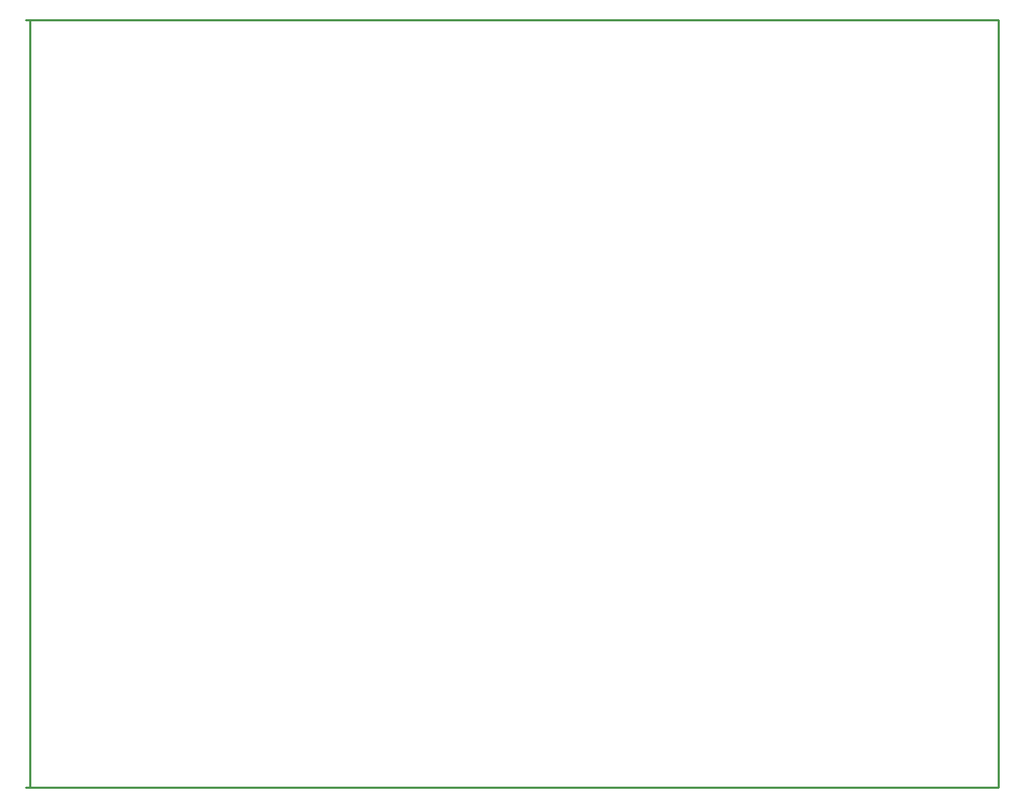
<source format=gko>
%FSLAX23Y23*%
%MOIN*%
G70*
G01*
G75*
%ADD10C,0.010*%
%ADD11R,0.039X0.033*%
%ADD12R,0.039X0.033*%
%ADD13R,0.037X0.035*%
%ADD14R,0.037X0.035*%
%ADD15R,0.059X0.051*%
%ADD16R,0.085X0.024*%
%ADD17R,0.106X0.071*%
%ADD18R,0.049X0.014*%
%ADD19R,0.035X0.037*%
%ADD20R,0.035X0.037*%
%ADD21R,0.047X0.087*%
%ADD22R,0.047X0.087*%
%ADD23R,0.134X0.087*%
%ADD24R,0.018X0.035*%
%ADD25R,0.053X0.014*%
%ADD26R,0.087X0.024*%
%ADD27R,0.087X0.024*%
%ADD28R,0.063X0.012*%
%ADD29R,0.012X0.063*%
%ADD30R,0.035X0.018*%
%ADD31R,0.106X0.071*%
%ADD32R,0.051X0.059*%
%ADD33R,0.106X0.063*%
%ADD34R,0.063X0.071*%
%ADD35R,0.100X0.100*%
%ADD36R,0.063X0.071*%
%ADD37R,0.077X0.124*%
%ADD38R,0.120X0.220*%
%ADD39R,0.150X0.114*%
%ADD40C,0.020*%
%ADD41C,0.040*%
%ADD42C,0.060*%
%ADD43C,0.030*%
%ADD44C,0.050*%
%ADD45C,0.023*%
%ADD46C,0.080*%
%ADD47C,0.011*%
%ADD48C,0.013*%
%ADD49C,0.016*%
%ADD50C,0.047*%
%ADD51C,0.025*%
%ADD52R,0.262X0.237*%
%ADD53C,0.060*%
%ADD54C,0.059*%
%ADD55C,0.240*%
%ADD56C,0.280*%
%ADD57C,0.059*%
%ADD58O,0.157X0.079*%
%ADD59O,0.079X0.157*%
%ADD60O,0.079X0.177*%
%ADD61O,0.050X0.060*%
%ADD62O,0.060X0.055*%
%ADD63O,0.060X0.050*%
%ADD64O,0.039X0.067*%
%ADD65R,0.059X0.059*%
%ADD66R,0.059X0.059*%
%ADD67C,0.050*%
%ADD68R,0.071X0.106*%
%ADD69R,0.071X0.063*%
%ADD70R,0.071X0.063*%
%ADD71C,0.039*%
%ADD72C,0.070*%
%ADD73C,0.010*%
%ADD74C,0.008*%
%ADD75C,0.008*%
%ADD76C,0.006*%
%ADD77C,0.012*%
%ADD78C,0.006*%
%ADD79R,0.047X0.041*%
%ADD80R,0.047X0.041*%
%ADD81R,0.045X0.043*%
%ADD82R,0.045X0.043*%
%ADD83R,0.067X0.059*%
%ADD84R,0.093X0.032*%
%ADD85R,0.114X0.079*%
%ADD86R,0.057X0.022*%
%ADD87R,0.043X0.045*%
%ADD88R,0.043X0.045*%
%ADD89R,0.055X0.095*%
%ADD90R,0.055X0.095*%
%ADD91R,0.142X0.095*%
%ADD92R,0.026X0.043*%
%ADD93R,0.061X0.022*%
%ADD94R,0.095X0.032*%
%ADD95R,0.095X0.032*%
%ADD96R,0.071X0.020*%
%ADD97R,0.020X0.071*%
%ADD98R,0.043X0.026*%
%ADD99R,0.114X0.079*%
%ADD100R,0.059X0.067*%
%ADD101R,0.114X0.071*%
%ADD102R,0.071X0.079*%
%ADD103R,0.108X0.108*%
%ADD104R,0.071X0.079*%
%ADD105R,0.085X0.132*%
%ADD106R,0.128X0.228*%
%ADD107R,0.158X0.122*%
%ADD108C,0.068*%
%ADD109C,0.067*%
%ADD110C,0.248*%
%ADD111C,0.288*%
%ADD112C,0.067*%
%ADD113O,0.165X0.087*%
%ADD114O,0.087X0.165*%
%ADD115O,0.087X0.185*%
%ADD116C,0.008*%
%ADD117O,0.058X0.068*%
%ADD118O,0.068X0.063*%
%ADD119O,0.068X0.058*%
%ADD120O,0.047X0.075*%
%ADD121R,0.067X0.067*%
%ADD122R,0.067X0.067*%
%ADD123C,0.058*%
%ADD124R,0.079X0.114*%
%ADD125R,0.079X0.071*%
%ADD126R,0.079X0.071*%
D10*
X1005Y4567D02*
X5560D01*
X1025Y970D02*
Y4567D01*
X5560Y970D02*
Y4567D01*
X1005Y970D02*
X5560D01*
M02*

</source>
